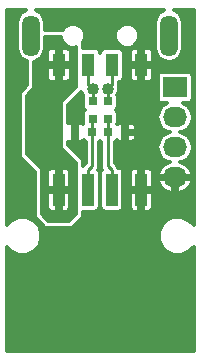
<source format=gtl>
G04 #@! TF.FileFunction,Copper,L1,Top,Signal*
%FSLAX45Y45*%
G04 Gerber Fmt 4.5, Leading zero omitted, Abs format (unit mm)*
G04 Created by KiCad (PCBNEW (after 2015-may-01 BZR unknown)-product) date 5/23/2015 03:28:49*
%MOMM*%
G01*
G04 APERTURE LIST*
%ADD10C,0.254000*%
%ADD11R,0.800000X0.750000*%
%ADD12R,2.032000X1.727200*%
%ADD13O,2.032000X1.727200*%
%ADD14R,0.750000X0.800000*%
%ADD15R,1.000000X2.800000*%
%ADD16R,1.092200X1.981200*%
%ADD17O,1.500000X3.500000*%
%ADD18C,1.016000*%
%ADD19C,0.635000*%
%ADD20C,0.304800*%
G04 APERTURE END LIST*
D10*
D11*
X9189300Y-9087000D03*
X9039300Y-9087000D03*
X9318700Y-9087000D03*
X9468700Y-9087000D03*
D12*
X9889000Y-8706000D03*
D13*
X9889000Y-8960000D03*
X9889000Y-9214000D03*
X9889000Y-9468000D03*
D14*
X9190500Y-8821500D03*
X9190500Y-8971500D03*
X9317500Y-8821500D03*
X9317500Y-8971500D03*
D15*
X9604000Y-9572000D03*
X9354000Y-9572000D03*
X9154000Y-9572000D03*
X8904000Y-9572000D03*
D16*
X8904000Y-8517000D03*
X9154000Y-8517000D03*
X9354000Y-8517000D03*
X9604000Y-8517000D03*
D17*
X8669000Y-8267000D03*
X9839000Y-8267000D03*
D18*
X9609600Y-8756800D03*
X9054000Y-8892000D03*
X9076200Y-9214000D03*
X9609600Y-9341000D03*
X8904000Y-8690963D03*
X9190500Y-8720460D03*
X9317500Y-8720460D03*
D10*
X9189300Y-8972700D02*
X9190500Y-8971500D01*
X9189300Y-9087000D02*
X9189300Y-8972700D01*
X9154000Y-9406600D02*
X9154000Y-9572000D01*
X9189300Y-9371300D02*
X9154000Y-9406600D01*
X9189300Y-9087000D02*
X9189300Y-9371300D01*
X9604000Y-8751200D02*
X9609600Y-8756800D01*
X9604000Y-8559500D02*
X9604000Y-8751200D01*
X9604000Y-9346600D02*
X9609600Y-9341000D01*
X9604000Y-9572000D02*
X9604000Y-9346600D01*
D19*
X9039300Y-8906700D02*
X9054000Y-8892000D01*
X9039300Y-9087000D02*
X9039300Y-8906700D01*
X9039300Y-9177100D02*
X9076200Y-9214000D01*
X9039300Y-9087000D02*
X9039300Y-9177100D01*
D10*
X9354000Y-9406600D02*
X9354000Y-9572000D01*
X9318700Y-9371300D02*
X9354000Y-9406600D01*
X9318700Y-9087000D02*
X9318700Y-9371300D01*
X9318700Y-8972700D02*
X9317500Y-8971500D01*
X9318700Y-9087000D02*
X9318700Y-8972700D01*
X8904000Y-8690963D02*
X8904000Y-8559500D01*
X8904000Y-9572000D02*
X8904000Y-8690963D01*
X9190500Y-8720460D02*
X9190500Y-8749254D01*
X9154000Y-8683960D02*
X9190500Y-8720460D01*
X9154000Y-8559500D02*
X9154000Y-8683960D01*
X9190500Y-8821500D02*
X9190500Y-8749254D01*
X9317500Y-8720460D02*
X9317500Y-8821500D01*
X9354000Y-8683960D02*
X9317500Y-8720460D01*
X9354000Y-8559500D02*
X9354000Y-8683960D01*
D20*
G36*
X9048260Y-9779187D02*
X8999720Y-9827727D01*
X8999720Y-9721094D01*
X8999720Y-9702906D01*
X8999720Y-9599940D01*
X8999720Y-9544060D01*
X8999720Y-9441094D01*
X8999720Y-9422906D01*
X8992760Y-9406102D01*
X8979898Y-9393241D01*
X8963094Y-9386280D01*
X8931940Y-9386280D01*
X8920510Y-9397710D01*
X8920510Y-9555490D01*
X8988290Y-9555490D01*
X8999720Y-9544060D01*
X8999720Y-9599940D01*
X8988290Y-9588510D01*
X8920510Y-9588510D01*
X8920510Y-9746290D01*
X8931940Y-9757720D01*
X8963094Y-9757720D01*
X8979898Y-9750760D01*
X8992760Y-9737898D01*
X8999720Y-9721094D01*
X8999720Y-9827727D01*
X8993687Y-9833760D01*
X8887490Y-9833760D01*
X8887490Y-9746290D01*
X8887490Y-9588510D01*
X8887490Y-9555490D01*
X8887490Y-9397710D01*
X8887490Y-8650350D01*
X8887490Y-8533510D01*
X8887490Y-8500490D01*
X8887490Y-8383650D01*
X8876060Y-8372220D01*
X8840296Y-8372220D01*
X8823492Y-8379180D01*
X8810630Y-8392042D01*
X8803670Y-8408846D01*
X8803670Y-8427034D01*
X8803670Y-8489060D01*
X8815100Y-8500490D01*
X8887490Y-8500490D01*
X8887490Y-8533510D01*
X8815100Y-8533510D01*
X8803670Y-8544940D01*
X8803670Y-8606966D01*
X8803670Y-8625154D01*
X8810630Y-8641958D01*
X8823492Y-8654820D01*
X8840296Y-8661780D01*
X8876060Y-8661780D01*
X8887490Y-8650350D01*
X8887490Y-9397710D01*
X8876060Y-9386280D01*
X8844906Y-9386280D01*
X8828102Y-9393241D01*
X8815240Y-9406102D01*
X8808280Y-9422906D01*
X8808280Y-9441094D01*
X8808280Y-9544060D01*
X8819710Y-9555490D01*
X8887490Y-9555490D01*
X8887490Y-9588510D01*
X8819710Y-9588510D01*
X8808280Y-9599940D01*
X8808280Y-9702906D01*
X8808280Y-9721094D01*
X8815240Y-9737898D01*
X8828102Y-9750760D01*
X8844906Y-9757720D01*
X8876060Y-9757720D01*
X8887490Y-9746290D01*
X8887490Y-9833760D01*
X8815813Y-9833760D01*
X8761240Y-9779187D01*
X8761240Y-9398187D01*
X8634240Y-9271187D01*
X8634240Y-8775813D01*
X8697740Y-8712313D01*
X8697740Y-8486327D01*
X8715198Y-8482855D01*
X8754362Y-8456686D01*
X8780531Y-8417522D01*
X8789720Y-8371324D01*
X8789720Y-8276740D01*
X8923271Y-8276740D01*
X8923263Y-8286946D01*
X8938564Y-8323979D01*
X8966872Y-8352336D01*
X9003878Y-8367702D01*
X9043947Y-8367737D01*
X9048260Y-8365955D01*
X9048260Y-8699687D01*
X9004330Y-8743617D01*
X9004330Y-8625154D01*
X9004330Y-8606966D01*
X9004330Y-8544940D01*
X9004330Y-8489060D01*
X9004330Y-8427034D01*
X9004330Y-8408846D01*
X8997370Y-8392042D01*
X8984508Y-8379180D01*
X8967704Y-8372220D01*
X8931940Y-8372220D01*
X8920510Y-8383650D01*
X8920510Y-8500490D01*
X8992900Y-8500490D01*
X9004330Y-8489060D01*
X9004330Y-8544940D01*
X8992900Y-8533510D01*
X8920510Y-8533510D01*
X8920510Y-8650350D01*
X8931940Y-8661780D01*
X8967704Y-8661780D01*
X8984508Y-8654820D01*
X8997370Y-8641958D01*
X9004330Y-8625154D01*
X9004330Y-8743617D01*
X8921260Y-8826687D01*
X8921260Y-9220313D01*
X9048260Y-9347313D01*
X9048260Y-9779187D01*
X9048260Y-9779187D01*
G37*
X9048260Y-9779187D02*
X8999720Y-9827727D01*
X8999720Y-9721094D01*
X8999720Y-9702906D01*
X8999720Y-9599940D01*
X8999720Y-9544060D01*
X8999720Y-9441094D01*
X8999720Y-9422906D01*
X8992760Y-9406102D01*
X8979898Y-9393241D01*
X8963094Y-9386280D01*
X8931940Y-9386280D01*
X8920510Y-9397710D01*
X8920510Y-9555490D01*
X8988290Y-9555490D01*
X8999720Y-9544060D01*
X8999720Y-9599940D01*
X8988290Y-9588510D01*
X8920510Y-9588510D01*
X8920510Y-9746290D01*
X8931940Y-9757720D01*
X8963094Y-9757720D01*
X8979898Y-9750760D01*
X8992760Y-9737898D01*
X8999720Y-9721094D01*
X8999720Y-9827727D01*
X8993687Y-9833760D01*
X8887490Y-9833760D01*
X8887490Y-9746290D01*
X8887490Y-9588510D01*
X8887490Y-9555490D01*
X8887490Y-9397710D01*
X8887490Y-8650350D01*
X8887490Y-8533510D01*
X8887490Y-8500490D01*
X8887490Y-8383650D01*
X8876060Y-8372220D01*
X8840296Y-8372220D01*
X8823492Y-8379180D01*
X8810630Y-8392042D01*
X8803670Y-8408846D01*
X8803670Y-8427034D01*
X8803670Y-8489060D01*
X8815100Y-8500490D01*
X8887490Y-8500490D01*
X8887490Y-8533510D01*
X8815100Y-8533510D01*
X8803670Y-8544940D01*
X8803670Y-8606966D01*
X8803670Y-8625154D01*
X8810630Y-8641958D01*
X8823492Y-8654820D01*
X8840296Y-8661780D01*
X8876060Y-8661780D01*
X8887490Y-8650350D01*
X8887490Y-9397710D01*
X8876060Y-9386280D01*
X8844906Y-9386280D01*
X8828102Y-9393241D01*
X8815240Y-9406102D01*
X8808280Y-9422906D01*
X8808280Y-9441094D01*
X8808280Y-9544060D01*
X8819710Y-9555490D01*
X8887490Y-9555490D01*
X8887490Y-9588510D01*
X8819710Y-9588510D01*
X8808280Y-9599940D01*
X8808280Y-9702906D01*
X8808280Y-9721094D01*
X8815240Y-9737898D01*
X8828102Y-9750760D01*
X8844906Y-9757720D01*
X8876060Y-9757720D01*
X8887490Y-9746290D01*
X8887490Y-9833760D01*
X8815813Y-9833760D01*
X8761240Y-9779187D01*
X8761240Y-9398187D01*
X8634240Y-9271187D01*
X8634240Y-8775813D01*
X8697740Y-8712313D01*
X8697740Y-8486327D01*
X8715198Y-8482855D01*
X8754362Y-8456686D01*
X8780531Y-8417522D01*
X8789720Y-8371324D01*
X8789720Y-8276740D01*
X8923271Y-8276740D01*
X8923263Y-8286946D01*
X8938564Y-8323979D01*
X8966872Y-8352336D01*
X9003878Y-8367702D01*
X9043947Y-8367737D01*
X9048260Y-8365955D01*
X9048260Y-8699687D01*
X9004330Y-8743617D01*
X9004330Y-8625154D01*
X9004330Y-8606966D01*
X9004330Y-8544940D01*
X9004330Y-8489060D01*
X9004330Y-8427034D01*
X9004330Y-8408846D01*
X8997370Y-8392042D01*
X8984508Y-8379180D01*
X8967704Y-8372220D01*
X8931940Y-8372220D01*
X8920510Y-8383650D01*
X8920510Y-8500490D01*
X8992900Y-8500490D01*
X9004330Y-8489060D01*
X9004330Y-8544940D01*
X8992900Y-8533510D01*
X8920510Y-8533510D01*
X8920510Y-8650350D01*
X8931940Y-8661780D01*
X8967704Y-8661780D01*
X8984508Y-8654820D01*
X8997370Y-8641958D01*
X9004330Y-8625154D01*
X9004330Y-8743617D01*
X8921260Y-8826687D01*
X8921260Y-9220313D01*
X9048260Y-9347313D01*
X9048260Y-9779187D01*
G36*
X9130880Y-9347102D02*
X9112691Y-9365291D01*
X9109220Y-9370485D01*
X9109220Y-9322062D01*
X8982220Y-9195062D01*
X8982220Y-9166912D01*
X8990206Y-9170220D01*
X9011360Y-9170220D01*
X9022790Y-9158790D01*
X9022790Y-9103510D01*
X9020790Y-9103510D01*
X9020790Y-9070490D01*
X9022790Y-9070490D01*
X9022790Y-9015210D01*
X9011360Y-9003780D01*
X8990206Y-9003780D01*
X8982220Y-9007088D01*
X8982220Y-8851938D01*
X9094144Y-8740013D01*
X9107986Y-8773513D01*
X9106384Y-8781500D01*
X9106384Y-8861500D01*
X9109767Y-8878933D01*
X9119832Y-8894255D01*
X9123096Y-8896459D01*
X9120245Y-8898332D01*
X9109989Y-8913526D01*
X9106384Y-8931500D01*
X9106384Y-9011500D01*
X9106487Y-9012029D01*
X9105198Y-9010741D01*
X9088394Y-9003780D01*
X9067240Y-9003780D01*
X9055810Y-9015210D01*
X9055810Y-9070490D01*
X9057810Y-9070490D01*
X9057810Y-9103510D01*
X9055810Y-9103510D01*
X9055810Y-9158790D01*
X9067240Y-9170220D01*
X9088394Y-9170220D01*
X9105198Y-9163260D01*
X9114178Y-9154280D01*
X9116132Y-9157255D01*
X9130880Y-9167210D01*
X9130880Y-9347102D01*
X9130880Y-9347102D01*
G37*
X9130880Y-9347102D02*
X9112691Y-9365291D01*
X9109220Y-9370485D01*
X9109220Y-9322062D01*
X8982220Y-9195062D01*
X8982220Y-9166912D01*
X8990206Y-9170220D01*
X9011360Y-9170220D01*
X9022790Y-9158790D01*
X9022790Y-9103510D01*
X9020790Y-9103510D01*
X9020790Y-9070490D01*
X9022790Y-9070490D01*
X9022790Y-9015210D01*
X9011360Y-9003780D01*
X8990206Y-9003780D01*
X8982220Y-9007088D01*
X8982220Y-8851938D01*
X9094144Y-8740013D01*
X9107986Y-8773513D01*
X9106384Y-8781500D01*
X9106384Y-8861500D01*
X9109767Y-8878933D01*
X9119832Y-8894255D01*
X9123096Y-8896459D01*
X9120245Y-8898332D01*
X9109989Y-8913526D01*
X9106384Y-8931500D01*
X9106384Y-9011500D01*
X9106487Y-9012029D01*
X9105198Y-9010741D01*
X9088394Y-9003780D01*
X9067240Y-9003780D01*
X9055810Y-9015210D01*
X9055810Y-9070490D01*
X9057810Y-9070490D01*
X9057810Y-9103510D01*
X9055810Y-9103510D01*
X9055810Y-9158790D01*
X9067240Y-9170220D01*
X9088394Y-9170220D01*
X9105198Y-9163260D01*
X9114178Y-9154280D01*
X9116132Y-9157255D01*
X9130880Y-9167210D01*
X9130880Y-9347102D01*
G36*
X10045580Y-10933580D02*
X9704330Y-10933580D01*
X9704330Y-8625154D01*
X9704330Y-8606966D01*
X9704330Y-8544940D01*
X9704330Y-8489060D01*
X9704330Y-8427034D01*
X9704330Y-8408846D01*
X9697370Y-8392042D01*
X9684508Y-8379180D01*
X9667704Y-8372220D01*
X9631940Y-8372220D01*
X9620510Y-8383650D01*
X9620510Y-8500490D01*
X9692900Y-8500490D01*
X9704330Y-8489060D01*
X9704330Y-8544940D01*
X9692900Y-8533510D01*
X9620510Y-8533510D01*
X9620510Y-8650350D01*
X9631940Y-8661780D01*
X9667704Y-8661780D01*
X9684508Y-8654820D01*
X9697370Y-8641958D01*
X9704330Y-8625154D01*
X9704330Y-10933580D01*
X9699720Y-10933580D01*
X9699720Y-9721094D01*
X9699720Y-9702906D01*
X9699720Y-9599940D01*
X9699720Y-9544060D01*
X9699720Y-9441094D01*
X9699720Y-9422906D01*
X9692760Y-9406102D01*
X9679898Y-9393241D01*
X9663094Y-9386280D01*
X9631940Y-9386280D01*
X9620510Y-9397710D01*
X9620510Y-9555490D01*
X9688290Y-9555490D01*
X9699720Y-9544060D01*
X9699720Y-9599940D01*
X9688290Y-9588510D01*
X9620510Y-9588510D01*
X9620510Y-9746290D01*
X9631940Y-9757720D01*
X9663094Y-9757720D01*
X9679898Y-9750760D01*
X9692760Y-9737898D01*
X9699720Y-9721094D01*
X9699720Y-10933580D01*
X9587490Y-10933580D01*
X9587490Y-9746290D01*
X9587490Y-9588510D01*
X9587490Y-9555490D01*
X9587490Y-9397710D01*
X9587490Y-8650350D01*
X9587490Y-8533510D01*
X9587490Y-8500490D01*
X9587490Y-8383650D01*
X9584737Y-8380897D01*
X9584737Y-8247053D01*
X9569436Y-8210021D01*
X9541128Y-8181663D01*
X9504122Y-8166297D01*
X9464054Y-8166263D01*
X9427021Y-8181564D01*
X9398664Y-8209872D01*
X9383298Y-8246878D01*
X9383263Y-8286946D01*
X9398564Y-8323979D01*
X9426872Y-8352336D01*
X9463878Y-8367702D01*
X9503947Y-8367737D01*
X9540979Y-8352436D01*
X9569337Y-8324128D01*
X9584703Y-8287122D01*
X9584737Y-8247053D01*
X9584737Y-8380897D01*
X9576060Y-8372220D01*
X9540296Y-8372220D01*
X9523492Y-8379180D01*
X9510630Y-8392042D01*
X9503670Y-8408846D01*
X9503670Y-8427034D01*
X9503670Y-8489060D01*
X9515100Y-8500490D01*
X9587490Y-8500490D01*
X9587490Y-8533510D01*
X9515100Y-8533510D01*
X9503670Y-8544940D01*
X9503670Y-8606966D01*
X9503670Y-8625154D01*
X9510630Y-8641958D01*
X9523492Y-8654820D01*
X9540296Y-8661780D01*
X9576060Y-8661780D01*
X9587490Y-8650350D01*
X9587490Y-9397710D01*
X9576060Y-9386280D01*
X9554420Y-9386280D01*
X9554420Y-9133594D01*
X9554420Y-9115406D01*
X9554420Y-9114940D01*
X9554420Y-9059060D01*
X9554420Y-9058594D01*
X9554420Y-9040406D01*
X9547460Y-9023602D01*
X9534598Y-9010741D01*
X9517794Y-9003780D01*
X9496640Y-9003780D01*
X9485210Y-9015210D01*
X9485210Y-9070490D01*
X9542990Y-9070490D01*
X9554420Y-9059060D01*
X9554420Y-9114940D01*
X9542990Y-9103510D01*
X9485210Y-9103510D01*
X9485210Y-9158790D01*
X9496640Y-9170220D01*
X9517794Y-9170220D01*
X9534598Y-9163260D01*
X9547460Y-9150398D01*
X9554420Y-9133594D01*
X9554420Y-9386280D01*
X9544906Y-9386280D01*
X9528102Y-9393241D01*
X9515240Y-9406102D01*
X9508280Y-9422906D01*
X9508280Y-9441094D01*
X9508280Y-9544060D01*
X9519710Y-9555490D01*
X9587490Y-9555490D01*
X9587490Y-9588510D01*
X9519710Y-9588510D01*
X9508280Y-9599940D01*
X9508280Y-9702906D01*
X9508280Y-9721094D01*
X9515240Y-9737898D01*
X9528102Y-9750760D01*
X9544906Y-9757720D01*
X9576060Y-9757720D01*
X9587490Y-9746290D01*
X9587490Y-10933580D01*
X8462420Y-10933580D01*
X8462420Y-10054676D01*
X8505841Y-10098172D01*
X8564891Y-10122692D01*
X8628829Y-10122748D01*
X8687922Y-10098331D01*
X8733172Y-10053159D01*
X8757692Y-9994109D01*
X8757748Y-9930171D01*
X8733331Y-9871078D01*
X8688159Y-9825828D01*
X8629109Y-9801308D01*
X8565171Y-9801252D01*
X8506078Y-9825669D01*
X8462420Y-9869251D01*
X8462420Y-8050420D01*
X8626448Y-8050420D01*
X8622803Y-8051145D01*
X8583638Y-8077314D01*
X8557469Y-8116478D01*
X8548280Y-8162676D01*
X8548280Y-8371324D01*
X8557469Y-8417522D01*
X8583638Y-8456686D01*
X8622803Y-8482855D01*
X8636780Y-8485635D01*
X8636780Y-8687062D01*
X8573280Y-8750562D01*
X8573280Y-9296438D01*
X8700280Y-9423438D01*
X8700280Y-9804438D01*
X8790562Y-9894720D01*
X9018938Y-9894720D01*
X9109220Y-9804438D01*
X9109220Y-9758616D01*
X9204000Y-9758616D01*
X9221433Y-9755233D01*
X9236755Y-9745169D01*
X9247011Y-9729974D01*
X9250616Y-9712000D01*
X9250616Y-9432000D01*
X9247233Y-9414567D01*
X9238344Y-9401034D01*
X9243273Y-9393656D01*
X9243273Y-9393656D01*
X9247720Y-9371300D01*
X9247720Y-9167085D01*
X9253991Y-9162965D01*
X9260280Y-9167210D01*
X9260280Y-9371300D01*
X9264727Y-9393656D01*
X9269707Y-9401110D01*
X9269707Y-9401110D01*
X9260989Y-9414026D01*
X9257384Y-9432000D01*
X9257384Y-9712000D01*
X9260767Y-9729433D01*
X9270832Y-9744755D01*
X9286026Y-9755011D01*
X9304000Y-9758616D01*
X9404000Y-9758616D01*
X9421433Y-9755233D01*
X9436755Y-9745169D01*
X9447011Y-9729974D01*
X9450616Y-9712000D01*
X9450616Y-9432000D01*
X9447233Y-9414567D01*
X9437169Y-9399245D01*
X9421974Y-9388989D01*
X9408374Y-9386262D01*
X9408374Y-9386262D01*
X9407973Y-9384244D01*
X9407973Y-9384244D01*
X9395309Y-9365291D01*
X9377120Y-9347102D01*
X9377120Y-9167085D01*
X9391455Y-9157669D01*
X9393774Y-9154232D01*
X9402802Y-9163260D01*
X9419606Y-9170220D01*
X9440760Y-9170220D01*
X9452190Y-9158790D01*
X9452190Y-9103510D01*
X9450190Y-9103510D01*
X9450190Y-9070490D01*
X9452190Y-9070490D01*
X9452190Y-9015210D01*
X9440760Y-9003780D01*
X9419606Y-9003780D01*
X9402802Y-9010741D01*
X9401509Y-9012033D01*
X9401616Y-9011500D01*
X9401616Y-8931500D01*
X9398233Y-8914067D01*
X9388169Y-8898745D01*
X9384904Y-8896541D01*
X9387755Y-8894669D01*
X9398011Y-8879474D01*
X9401616Y-8861500D01*
X9401616Y-8781500D01*
X9400039Y-8773373D01*
X9414003Y-8739743D01*
X9414037Y-8701345D01*
X9410611Y-8693054D01*
X9412420Y-8683960D01*
X9412420Y-8661936D01*
X9426043Y-8659293D01*
X9441365Y-8649229D01*
X9451621Y-8634034D01*
X9455226Y-8616060D01*
X9455226Y-8417940D01*
X9451843Y-8400507D01*
X9441779Y-8385185D01*
X9426584Y-8374929D01*
X9408610Y-8371324D01*
X9299390Y-8371324D01*
X9281957Y-8374707D01*
X9266635Y-8384771D01*
X9256379Y-8399966D01*
X9254020Y-8411727D01*
X9251843Y-8400507D01*
X9241779Y-8385185D01*
X9226584Y-8374929D01*
X9208610Y-8371324D01*
X9109220Y-8371324D01*
X9109220Y-8324244D01*
X9109337Y-8324128D01*
X9124703Y-8287122D01*
X9124737Y-8247053D01*
X9109436Y-8210021D01*
X9081128Y-8181663D01*
X9044122Y-8166297D01*
X9004054Y-8166263D01*
X8967021Y-8181564D01*
X8938664Y-8209872D01*
X8936210Y-8215780D01*
X8789720Y-8215780D01*
X8789720Y-8162676D01*
X8780531Y-8116478D01*
X8754362Y-8077314D01*
X8715198Y-8051145D01*
X8711552Y-8050420D01*
X9796448Y-8050420D01*
X9792803Y-8051145D01*
X9753638Y-8077314D01*
X9727469Y-8116478D01*
X9718280Y-8162676D01*
X9718280Y-8371324D01*
X9727469Y-8417522D01*
X9753638Y-8456686D01*
X9792803Y-8482855D01*
X9839000Y-8492044D01*
X9885198Y-8482855D01*
X9924362Y-8456686D01*
X9950531Y-8417522D01*
X9959720Y-8371324D01*
X9959720Y-8162676D01*
X9950531Y-8116478D01*
X9924362Y-8077314D01*
X9885198Y-8051145D01*
X9881552Y-8050420D01*
X10045580Y-8050420D01*
X10045580Y-9869324D01*
X10039206Y-9862939D01*
X10039206Y-9214000D01*
X10029152Y-9163455D01*
X10000521Y-9120605D01*
X9957671Y-9091974D01*
X9932665Y-9087000D01*
X9957671Y-9082026D01*
X10000521Y-9053395D01*
X10029152Y-9010545D01*
X10039206Y-8960000D01*
X10029152Y-8909455D01*
X10000521Y-8866605D01*
X9959170Y-8838976D01*
X9990600Y-8838976D01*
X10008033Y-8835593D01*
X10023355Y-8825529D01*
X10033611Y-8810334D01*
X10037216Y-8792360D01*
X10037216Y-8619640D01*
X10033833Y-8602207D01*
X10023769Y-8586885D01*
X10008574Y-8576629D01*
X9990600Y-8573024D01*
X9787400Y-8573024D01*
X9769967Y-8576407D01*
X9754645Y-8586472D01*
X9744389Y-8601666D01*
X9740784Y-8619640D01*
X9740784Y-8792360D01*
X9744167Y-8809793D01*
X9754232Y-8825115D01*
X9769426Y-8835371D01*
X9787400Y-8838976D01*
X9818830Y-8838976D01*
X9777479Y-8866605D01*
X9748848Y-8909455D01*
X9738794Y-8960000D01*
X9748848Y-9010545D01*
X9777479Y-9053395D01*
X9820329Y-9082026D01*
X9845335Y-9087000D01*
X9820329Y-9091974D01*
X9777479Y-9120605D01*
X9748848Y-9163455D01*
X9738794Y-9214000D01*
X9748848Y-9264545D01*
X9777479Y-9307395D01*
X9820329Y-9336026D01*
X9844126Y-9340760D01*
X9803707Y-9356114D01*
X9766223Y-9391439D01*
X9746912Y-9431194D01*
X9754245Y-9451490D01*
X9872490Y-9451490D01*
X9872490Y-9449490D01*
X9905510Y-9449490D01*
X9905510Y-9451490D01*
X10023755Y-9451490D01*
X10031088Y-9431194D01*
X10011777Y-9391439D01*
X9974293Y-9356114D01*
X9933874Y-9340760D01*
X9957671Y-9336026D01*
X10000521Y-9307395D01*
X10029152Y-9264545D01*
X10039206Y-9214000D01*
X10039206Y-9862939D01*
X10031088Y-9854807D01*
X10031088Y-9504807D01*
X10023755Y-9484510D01*
X9905510Y-9484510D01*
X9905510Y-9588571D01*
X9926144Y-9598177D01*
X9974293Y-9579886D01*
X10011777Y-9544561D01*
X10031088Y-9504807D01*
X10031088Y-9854807D01*
X10002159Y-9825828D01*
X9943109Y-9801308D01*
X9879171Y-9801252D01*
X9872490Y-9804013D01*
X9872490Y-9588571D01*
X9872490Y-9484510D01*
X9754245Y-9484510D01*
X9746912Y-9504807D01*
X9766223Y-9544561D01*
X9803707Y-9579886D01*
X9851856Y-9598177D01*
X9872490Y-9588571D01*
X9872490Y-9804013D01*
X9820078Y-9825669D01*
X9774828Y-9870841D01*
X9750308Y-9929891D01*
X9750252Y-9993829D01*
X9774669Y-10052922D01*
X9819841Y-10098172D01*
X9878891Y-10122692D01*
X9942829Y-10122748D01*
X10001922Y-10098331D01*
X10045580Y-10054749D01*
X10045580Y-10933580D01*
X10045580Y-10933580D01*
G37*
X10045580Y-10933580D02*
X9704330Y-10933580D01*
X9704330Y-8625154D01*
X9704330Y-8606966D01*
X9704330Y-8544940D01*
X9704330Y-8489060D01*
X9704330Y-8427034D01*
X9704330Y-8408846D01*
X9697370Y-8392042D01*
X9684508Y-8379180D01*
X9667704Y-8372220D01*
X9631940Y-8372220D01*
X9620510Y-8383650D01*
X9620510Y-8500490D01*
X9692900Y-8500490D01*
X9704330Y-8489060D01*
X9704330Y-8544940D01*
X9692900Y-8533510D01*
X9620510Y-8533510D01*
X9620510Y-8650350D01*
X9631940Y-8661780D01*
X9667704Y-8661780D01*
X9684508Y-8654820D01*
X9697370Y-8641958D01*
X9704330Y-8625154D01*
X9704330Y-10933580D01*
X9699720Y-10933580D01*
X9699720Y-9721094D01*
X9699720Y-9702906D01*
X9699720Y-9599940D01*
X9699720Y-9544060D01*
X9699720Y-9441094D01*
X9699720Y-9422906D01*
X9692760Y-9406102D01*
X9679898Y-9393241D01*
X9663094Y-9386280D01*
X9631940Y-9386280D01*
X9620510Y-9397710D01*
X9620510Y-9555490D01*
X9688290Y-9555490D01*
X9699720Y-9544060D01*
X9699720Y-9599940D01*
X9688290Y-9588510D01*
X9620510Y-9588510D01*
X9620510Y-9746290D01*
X9631940Y-9757720D01*
X9663094Y-9757720D01*
X9679898Y-9750760D01*
X9692760Y-9737898D01*
X9699720Y-9721094D01*
X9699720Y-10933580D01*
X9587490Y-10933580D01*
X9587490Y-9746290D01*
X9587490Y-9588510D01*
X9587490Y-9555490D01*
X9587490Y-9397710D01*
X9587490Y-8650350D01*
X9587490Y-8533510D01*
X9587490Y-8500490D01*
X9587490Y-8383650D01*
X9584737Y-8380897D01*
X9584737Y-8247053D01*
X9569436Y-8210021D01*
X9541128Y-8181663D01*
X9504122Y-8166297D01*
X9464054Y-8166263D01*
X9427021Y-8181564D01*
X9398664Y-8209872D01*
X9383298Y-8246878D01*
X9383263Y-8286946D01*
X9398564Y-8323979D01*
X9426872Y-8352336D01*
X9463878Y-8367702D01*
X9503947Y-8367737D01*
X9540979Y-8352436D01*
X9569337Y-8324128D01*
X9584703Y-8287122D01*
X9584737Y-8247053D01*
X9584737Y-8380897D01*
X9576060Y-8372220D01*
X9540296Y-8372220D01*
X9523492Y-8379180D01*
X9510630Y-8392042D01*
X9503670Y-8408846D01*
X9503670Y-8427034D01*
X9503670Y-8489060D01*
X9515100Y-8500490D01*
X9587490Y-8500490D01*
X9587490Y-8533510D01*
X9515100Y-8533510D01*
X9503670Y-8544940D01*
X9503670Y-8606966D01*
X9503670Y-8625154D01*
X9510630Y-8641958D01*
X9523492Y-8654820D01*
X9540296Y-8661780D01*
X9576060Y-8661780D01*
X9587490Y-8650350D01*
X9587490Y-9397710D01*
X9576060Y-9386280D01*
X9554420Y-9386280D01*
X9554420Y-9133594D01*
X9554420Y-9115406D01*
X9554420Y-9114940D01*
X9554420Y-9059060D01*
X9554420Y-9058594D01*
X9554420Y-9040406D01*
X9547460Y-9023602D01*
X9534598Y-9010741D01*
X9517794Y-9003780D01*
X9496640Y-9003780D01*
X9485210Y-9015210D01*
X9485210Y-9070490D01*
X9542990Y-9070490D01*
X9554420Y-9059060D01*
X9554420Y-9114940D01*
X9542990Y-9103510D01*
X9485210Y-9103510D01*
X9485210Y-9158790D01*
X9496640Y-9170220D01*
X9517794Y-9170220D01*
X9534598Y-9163260D01*
X9547460Y-9150398D01*
X9554420Y-9133594D01*
X9554420Y-9386280D01*
X9544906Y-9386280D01*
X9528102Y-9393241D01*
X9515240Y-9406102D01*
X9508280Y-9422906D01*
X9508280Y-9441094D01*
X9508280Y-9544060D01*
X9519710Y-9555490D01*
X9587490Y-9555490D01*
X9587490Y-9588510D01*
X9519710Y-9588510D01*
X9508280Y-9599940D01*
X9508280Y-9702906D01*
X9508280Y-9721094D01*
X9515240Y-9737898D01*
X9528102Y-9750760D01*
X9544906Y-9757720D01*
X9576060Y-9757720D01*
X9587490Y-9746290D01*
X9587490Y-10933580D01*
X8462420Y-10933580D01*
X8462420Y-10054676D01*
X8505841Y-10098172D01*
X8564891Y-10122692D01*
X8628829Y-10122748D01*
X8687922Y-10098331D01*
X8733172Y-10053159D01*
X8757692Y-9994109D01*
X8757748Y-9930171D01*
X8733331Y-9871078D01*
X8688159Y-9825828D01*
X8629109Y-9801308D01*
X8565171Y-9801252D01*
X8506078Y-9825669D01*
X8462420Y-9869251D01*
X8462420Y-8050420D01*
X8626448Y-8050420D01*
X8622803Y-8051145D01*
X8583638Y-8077314D01*
X8557469Y-8116478D01*
X8548280Y-8162676D01*
X8548280Y-8371324D01*
X8557469Y-8417522D01*
X8583638Y-8456686D01*
X8622803Y-8482855D01*
X8636780Y-8485635D01*
X8636780Y-8687062D01*
X8573280Y-8750562D01*
X8573280Y-9296438D01*
X8700280Y-9423438D01*
X8700280Y-9804438D01*
X8790562Y-9894720D01*
X9018938Y-9894720D01*
X9109220Y-9804438D01*
X9109220Y-9758616D01*
X9204000Y-9758616D01*
X9221433Y-9755233D01*
X9236755Y-9745169D01*
X9247011Y-9729974D01*
X9250616Y-9712000D01*
X9250616Y-9432000D01*
X9247233Y-9414567D01*
X9238344Y-9401034D01*
X9243273Y-9393656D01*
X9243273Y-9393656D01*
X9247720Y-9371300D01*
X9247720Y-9167085D01*
X9253991Y-9162965D01*
X9260280Y-9167210D01*
X9260280Y-9371300D01*
X9264727Y-9393656D01*
X9269707Y-9401110D01*
X9269707Y-9401110D01*
X9260989Y-9414026D01*
X9257384Y-9432000D01*
X9257384Y-9712000D01*
X9260767Y-9729433D01*
X9270832Y-9744755D01*
X9286026Y-9755011D01*
X9304000Y-9758616D01*
X9404000Y-9758616D01*
X9421433Y-9755233D01*
X9436755Y-9745169D01*
X9447011Y-9729974D01*
X9450616Y-9712000D01*
X9450616Y-9432000D01*
X9447233Y-9414567D01*
X9437169Y-9399245D01*
X9421974Y-9388989D01*
X9408374Y-9386262D01*
X9408374Y-9386262D01*
X9407973Y-9384244D01*
X9407973Y-9384244D01*
X9395309Y-9365291D01*
X9377120Y-9347102D01*
X9377120Y-9167085D01*
X9391455Y-9157669D01*
X9393774Y-9154232D01*
X9402802Y-9163260D01*
X9419606Y-9170220D01*
X9440760Y-9170220D01*
X9452190Y-9158790D01*
X9452190Y-9103510D01*
X9450190Y-9103510D01*
X9450190Y-9070490D01*
X9452190Y-9070490D01*
X9452190Y-9015210D01*
X9440760Y-9003780D01*
X9419606Y-9003780D01*
X9402802Y-9010741D01*
X9401509Y-9012033D01*
X9401616Y-9011500D01*
X9401616Y-8931500D01*
X9398233Y-8914067D01*
X9388169Y-8898745D01*
X9384904Y-8896541D01*
X9387755Y-8894669D01*
X9398011Y-8879474D01*
X9401616Y-8861500D01*
X9401616Y-8781500D01*
X9400039Y-8773373D01*
X9414003Y-8739743D01*
X9414037Y-8701345D01*
X9410611Y-8693054D01*
X9412420Y-8683960D01*
X9412420Y-8661936D01*
X9426043Y-8659293D01*
X9441365Y-8649229D01*
X9451621Y-8634034D01*
X9455226Y-8616060D01*
X9455226Y-8417940D01*
X9451843Y-8400507D01*
X9441779Y-8385185D01*
X9426584Y-8374929D01*
X9408610Y-8371324D01*
X9299390Y-8371324D01*
X9281957Y-8374707D01*
X9266635Y-8384771D01*
X9256379Y-8399966D01*
X9254020Y-8411727D01*
X9251843Y-8400507D01*
X9241779Y-8385185D01*
X9226584Y-8374929D01*
X9208610Y-8371324D01*
X9109220Y-8371324D01*
X9109220Y-8324244D01*
X9109337Y-8324128D01*
X9124703Y-8287122D01*
X9124737Y-8247053D01*
X9109436Y-8210021D01*
X9081128Y-8181663D01*
X9044122Y-8166297D01*
X9004054Y-8166263D01*
X8967021Y-8181564D01*
X8938664Y-8209872D01*
X8936210Y-8215780D01*
X8789720Y-8215780D01*
X8789720Y-8162676D01*
X8780531Y-8116478D01*
X8754362Y-8077314D01*
X8715198Y-8051145D01*
X8711552Y-8050420D01*
X9796448Y-8050420D01*
X9792803Y-8051145D01*
X9753638Y-8077314D01*
X9727469Y-8116478D01*
X9718280Y-8162676D01*
X9718280Y-8371324D01*
X9727469Y-8417522D01*
X9753638Y-8456686D01*
X9792803Y-8482855D01*
X9839000Y-8492044D01*
X9885198Y-8482855D01*
X9924362Y-8456686D01*
X9950531Y-8417522D01*
X9959720Y-8371324D01*
X9959720Y-8162676D01*
X9950531Y-8116478D01*
X9924362Y-8077314D01*
X9885198Y-8051145D01*
X9881552Y-8050420D01*
X10045580Y-8050420D01*
X10045580Y-9869324D01*
X10039206Y-9862939D01*
X10039206Y-9214000D01*
X10029152Y-9163455D01*
X10000521Y-9120605D01*
X9957671Y-9091974D01*
X9932665Y-9087000D01*
X9957671Y-9082026D01*
X10000521Y-9053395D01*
X10029152Y-9010545D01*
X10039206Y-8960000D01*
X10029152Y-8909455D01*
X10000521Y-8866605D01*
X9959170Y-8838976D01*
X9990600Y-8838976D01*
X10008033Y-8835593D01*
X10023355Y-8825529D01*
X10033611Y-8810334D01*
X10037216Y-8792360D01*
X10037216Y-8619640D01*
X10033833Y-8602207D01*
X10023769Y-8586885D01*
X10008574Y-8576629D01*
X9990600Y-8573024D01*
X9787400Y-8573024D01*
X9769967Y-8576407D01*
X9754645Y-8586472D01*
X9744389Y-8601666D01*
X9740784Y-8619640D01*
X9740784Y-8792360D01*
X9744167Y-8809793D01*
X9754232Y-8825115D01*
X9769426Y-8835371D01*
X9787400Y-8838976D01*
X9818830Y-8838976D01*
X9777479Y-8866605D01*
X9748848Y-8909455D01*
X9738794Y-8960000D01*
X9748848Y-9010545D01*
X9777479Y-9053395D01*
X9820329Y-9082026D01*
X9845335Y-9087000D01*
X9820329Y-9091974D01*
X9777479Y-9120605D01*
X9748848Y-9163455D01*
X9738794Y-9214000D01*
X9748848Y-9264545D01*
X9777479Y-9307395D01*
X9820329Y-9336026D01*
X9844126Y-9340760D01*
X9803707Y-9356114D01*
X9766223Y-9391439D01*
X9746912Y-9431194D01*
X9754245Y-9451490D01*
X9872490Y-9451490D01*
X9872490Y-9449490D01*
X9905510Y-9449490D01*
X9905510Y-9451490D01*
X10023755Y-9451490D01*
X10031088Y-9431194D01*
X10011777Y-9391439D01*
X9974293Y-9356114D01*
X9933874Y-9340760D01*
X9957671Y-9336026D01*
X10000521Y-9307395D01*
X10029152Y-9264545D01*
X10039206Y-9214000D01*
X10039206Y-9862939D01*
X10031088Y-9854807D01*
X10031088Y-9504807D01*
X10023755Y-9484510D01*
X9905510Y-9484510D01*
X9905510Y-9588571D01*
X9926144Y-9598177D01*
X9974293Y-9579886D01*
X10011777Y-9544561D01*
X10031088Y-9504807D01*
X10031088Y-9854807D01*
X10002159Y-9825828D01*
X9943109Y-9801308D01*
X9879171Y-9801252D01*
X9872490Y-9804013D01*
X9872490Y-9588571D01*
X9872490Y-9484510D01*
X9754245Y-9484510D01*
X9746912Y-9504807D01*
X9766223Y-9544561D01*
X9803707Y-9579886D01*
X9851856Y-9598177D01*
X9872490Y-9588571D01*
X9872490Y-9804013D01*
X9820078Y-9825669D01*
X9774828Y-9870841D01*
X9750308Y-9929891D01*
X9750252Y-9993829D01*
X9774669Y-10052922D01*
X9819841Y-10098172D01*
X9878891Y-10122692D01*
X9942829Y-10122748D01*
X10001922Y-10098331D01*
X10045580Y-10054749D01*
X10045580Y-10933580D01*
M02*

</source>
